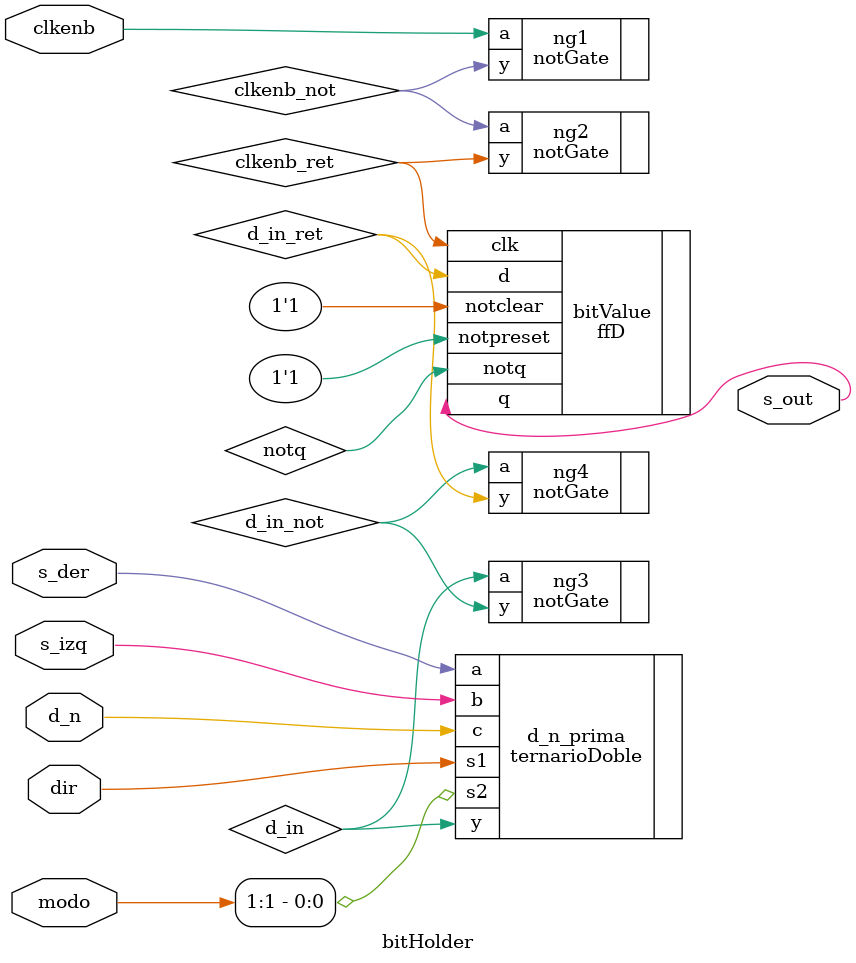
<source format=v>
`ifndef notGate
  `include "../tarea3/modulos/notGate.v"
`endif
`ifndef mux
  `include "../tarea3/modulos/mux.v"
`endif
`ifndef ffD
  `include "../tarea3/modulos/ffD.v"
`endif
`ifndef ternarioDoble
  `include "modulos/ternarioDoble.v"
`endif

/*
  Modulo bitHolder
 */
module bitHolder (
  input s_der,      // Esta es la salida del bitHolder a la derechaen caso de
                    // ser el de más a la derecha(LSB) se analizan dos casos:
                    //  - se tiene modo de carga en serie: en este caso
                    //    s_der es s_in(del módulo padre), o la salida del
                    //    bitHolder más a la izquierda, dependiendo de la
                    //    dirección DIR que se tenga en el momento.
                    //  - se tiene rotación circular: en este caso s_der es la
                    //    salida del bit más a la derecha, o la salida del
                    //    bitHolder más a la izquierda, dependiendo de la
                    //    dirección DIR que se tenga en el momento.

  input s_izq,      // Esta es la salida del bitHolder a la izquierda, en caso
                    // de ser el bit más a la izquierda(MSB) se analizan dos
                    // casos:
                    //  - se tiene modo de carga en serie: en este caso
                    //    s_der es s_in(del módulo padre), o la salida del
                    //    bitHolder más a la izquierda, dependiendo de la
                    //    dirección DIR que se tenga en el momento.
                    //  - se tiene rotación circular: en este caso s_der es la
                    //    salida del bit más a la derecha.

  input d_n,         // Para cuando se tiene modo de carga en paralelo (MODO=1X),
                    // este es el bit que entra en el bitHolder.

  input dir,        // Esta es la dirección de la rotación o carga en serie.

  input [1:0] modo,       // Es el modo de movimiento que se le aplica al bit de
                    // entrada. Es un bus de dos bits, el primer bit(0), indica
                    // si se trata de carga en serie es 0, si se trata de
                    // rotación circular es 1. El segundo bit(1), indica con 1
                    // que se trata de carga en paralelo sin importar el primer
                    // bit.

  input clkenb,     // El bitHolder cambia su estado únicamente en los flancos
                    // positivos de clkenb.

  output s_out      // Es el número que estaba previamente en el bitHolder y
                    // sale de este.
);
  wire s_der, s_izq, d_n, dir, clkenb, clkenb_not, clkenb_ret;
  wire [1:0] modo;

  wire s_out;

  parameter notoe = 1'b0;

  wire d_in, d_in_not, d_in_ret; // siguiente bit a ingresar

  wire nand1Y;

  ternarioDoble d_n_prima(
    .a(s_der),
    .b(s_izq),
    .c(d_n),
    .s1(dir),
    .s2(modo[1]),
    .y(d_in)
  );

  parameter notpreset = 1'b1;
  parameter notclear = 1'b1;

  wire notq;

  // se debe agregar un retraso.
  notGate ng1(.a(clkenb), .y(clkenb_not));
  notGate ng2(.a(clkenb_not), .y(clkenb_ret));

  notGate ng3(.a(d_in), .y(d_in_not));
  notGate ng4(.a(d_in_not), .y(d_in_ret));

  ffD bitValue(
    .d(d_in_ret),           // valor de entrada en flanco positivo cuando
                            // notclear y notpreset son 1.
    .clk(clkenb_ret),       // indica cuando cambia el estado en el flip flop
                            // esto es en los flancos positivos de (clk&enb)
    .notpreset(notpreset),  // si es 1 y notclear es 0, se carga 1 en el flip flop(asincrónico).
    .notclear(notclear),    // si es 1 y notpreset es 0, se carga 0 en el flip flop(asincrónico).
    .q(s_out),              // es el valor actual en el flip flop.
    .notq(notq)             // el valor negado de q
  );

endmodule // bitHolder

</source>
